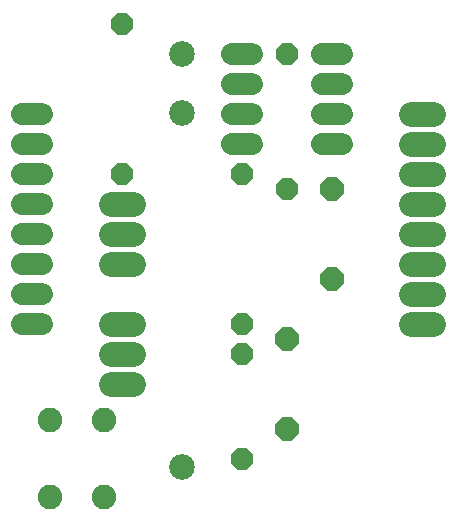
<source format=gbr>
G04 EAGLE Gerber X2 export*
G04 #@! %TF.Part,Single*
G04 #@! %TF.FileFunction,Soldermask,Bot,1*
G04 #@! %TF.FilePolarity,Negative*
G04 #@! %TF.GenerationSoftware,Autodesk,EAGLE,9.0.0*
G04 #@! %TF.CreationDate,2019-08-08T19:05:01Z*
G75*
%MOMM*%
%FSLAX34Y34*%
%LPD*%
%AMOC8*
5,1,8,0,0,1.08239X$1,22.5*%
G01*
%ADD10C,1.879600*%
%ADD11P,2.034460X8X112.500000*%
%ADD12C,2.166800*%
%ADD13C,2.082800*%
%ADD14P,2.144431X8X112.500000*%
%ADD15P,2.034460X8X292.500000*%
%ADD16P,2.144431X8X292.500000*%
%ADD17C,2.082800*%
%ADD18P,2.034460X8X22.500000*%


D10*
X325882Y330200D02*
X309118Y330200D01*
X309118Y355600D02*
X325882Y355600D01*
X249682Y355600D02*
X232918Y355600D01*
X232918Y330200D02*
X249682Y330200D01*
X309118Y381000D02*
X325882Y381000D01*
X325882Y406400D02*
X309118Y406400D01*
X249682Y381000D02*
X232918Y381000D01*
X232918Y406400D02*
X249682Y406400D01*
D11*
X241300Y177800D03*
X241300Y304800D03*
D12*
X190500Y56400D03*
X190500Y406400D03*
X190500Y356400D03*
D13*
X149098Y228600D02*
X130302Y228600D01*
X130302Y254000D02*
X149098Y254000D01*
X149098Y279400D02*
X130302Y279400D01*
D14*
X317500Y215900D03*
X317500Y292100D03*
D15*
X139700Y431800D03*
X139700Y304800D03*
D10*
X71882Y355600D02*
X55118Y355600D01*
X55118Y330200D02*
X71882Y330200D01*
X71882Y304800D02*
X55118Y304800D01*
X55118Y279400D02*
X71882Y279400D01*
X71882Y254000D02*
X55118Y254000D01*
X55118Y228600D02*
X71882Y228600D01*
X71882Y203200D02*
X55118Y203200D01*
X55118Y177800D02*
X71882Y177800D01*
D13*
X384302Y177800D02*
X403098Y177800D01*
X403098Y203200D02*
X384302Y203200D01*
X384302Y228600D02*
X403098Y228600D01*
X403098Y254000D02*
X384302Y254000D01*
X384302Y279400D02*
X403098Y279400D01*
X403098Y304800D02*
X384302Y304800D01*
X384302Y330200D02*
X403098Y330200D01*
X403098Y355600D02*
X384302Y355600D01*
D16*
X279400Y165100D03*
X279400Y88900D03*
D13*
X149098Y127000D02*
X130302Y127000D01*
X130302Y152400D02*
X149098Y152400D01*
X149098Y177800D02*
X130302Y177800D01*
D17*
X124206Y96012D03*
X124206Y30988D03*
X78994Y96012D03*
X78994Y30988D03*
D18*
X279400Y292100D03*
X279400Y406400D03*
X241300Y152400D03*
X241300Y63500D03*
M02*

</source>
